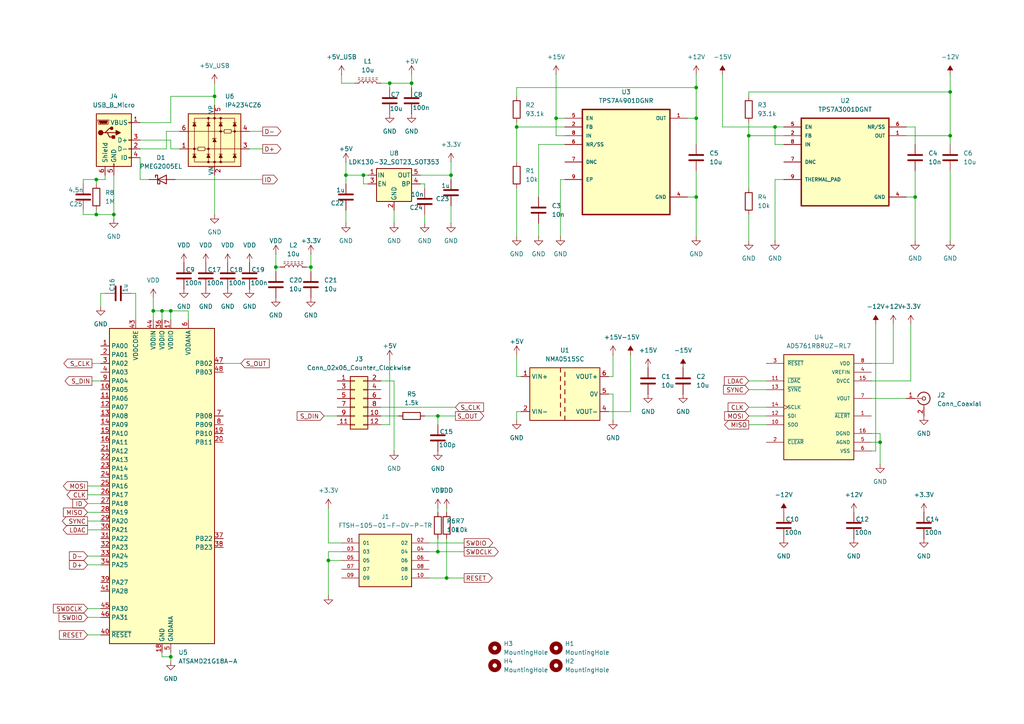
<source format=kicad_sch>
(kicad_sch (version 20231120) (generator "eeschema") (generator_version "8.0")
  (paper "A4")
  (junction (at 161.29 34.29))
  (junction (at 201.93 25.4))
  (junction (at 62.23 27.94))
  (junction (at 49.53 90.17))
  (junction (at 127 120.65))
  (junction (at 105.41 50.8))
  (junction (at 130.81 50.8))
  (junction (at 149.86 36.83))
  (junction (at 265.43 57.15))
  (junction (at 44.45 90.17))
  (junction (at 90.17 77.47))
  (junction (at 46.99 90.17))
  (junction (at 275.59 39.37))
  (junction (at 27.94 62.23))
  (junction (at 80.01 77.47))
  (junction (at 201.93 34.29))
  (junction (at 224.79 36.83))
  (junction (at 49.53 190.5))
  (junction (at 217.17 39.37))
  (junction (at 95.25 162.56))
  (junction (at 33.02 62.23))
  (junction (at 119.38 24.13))
  (junction (at 275.59 26.67))
  (junction (at 255.27 128.27))
  (junction (at 129.54 167.64))
  (junction (at 127 160.02))
  (junction (at 113.03 24.13))
  (junction (at 27.94 52.07))
  (junction (at 100.33 50.8))
  (junction (at 201.93 57.15))
  (wire (pts (xy 81.28 77.47) (xy 80.01 77.47)))
  (wire (pts (xy 46.99 189.23) (xy 46.99 190.5)))
  (wire (pts (xy 38.1 85.09) (xy 39.37 85.09)))
  (wire (pts (xy 44.45 86.36) (xy 44.45 90.17)))
  (wire (pts (xy 129.54 156.21) (xy 129.54 167.64)))
  (wire (pts (xy 124.46 160.02) (xy 127 160.02)))
  (wire (pts (xy 26.67 105.41) (xy 29.21 105.41)))
  (wire (pts (xy 62.23 24.13) (xy 62.23 27.94)))
  (wire (pts (xy 176.53 109.22) (xy 177.8 109.22)))
  (wire (pts (xy 33.02 50.8) (xy 33.02 62.23)))
  (wire (pts (xy 130.81 50.8) (xy 130.81 52.07)))
  (wire (pts (xy 40.64 43.18) (xy 48.26 43.18)))
  (wire (pts (xy 24.13 53.34) (xy 24.13 52.07)))
  (wire (pts (xy 119.38 21.59) (xy 119.38 24.13)))
  (wire (pts (xy 252.73 125.73) (xy 255.27 125.73)))
  (wire (pts (xy 24.13 60.96) (xy 24.13 62.23)))
  (wire (pts (xy 114.3 110.49) (xy 110.49 110.49)))
  (wire (pts (xy 199.39 34.29) (xy 201.93 34.29)))
  (wire (pts (xy 119.38 24.13) (xy 113.03 24.13)))
  (wire (pts (xy 100.33 46.99) (xy 100.33 50.8)))
  (wire (pts (xy 255.27 125.73) (xy 255.27 128.27)))
  (wire (pts (xy 201.93 57.15) (xy 201.93 68.58)))
  (wire (pts (xy 113.03 24.13) (xy 113.03 25.4)))
  (wire (pts (xy 275.59 39.37) (xy 275.59 41.91)))
  (wire (pts (xy 105.41 50.8) (xy 106.68 50.8)))
  (wire (pts (xy 176.53 114.3) (xy 177.8 114.3)))
  (wire (pts (xy 93.98 120.65) (xy 97.79 120.65)))
  (wire (pts (xy 127 160.02) (xy 134.62 160.02)))
  (wire (pts (xy 40.64 45.72) (xy 40.64 52.07)))
  (wire (pts (xy 161.29 39.37) (xy 161.29 34.29)))
  (wire (pts (xy 201.93 34.29) (xy 201.93 41.91)))
  (wire (pts (xy 265.43 57.15) (xy 262.89 57.15)))
  (wire (pts (xy 99.06 21.59) (xy 99.06 24.13)))
  (wire (pts (xy 100.33 50.8) (xy 100.33 53.34)))
  (wire (pts (xy 254 130.81) (xy 252.73 130.81)))
  (wire (pts (xy 149.86 109.22) (xy 151.13 109.22)))
  (wire (pts (xy 177.8 109.22) (xy 177.8 102.87)))
  (wire (pts (xy 121.92 53.34) (xy 123.19 53.34)))
  (wire (pts (xy 44.45 92.71) (xy 44.45 90.17)))
  (wire (pts (xy 27.94 52.07) (xy 27.94 53.34)))
  (wire (pts (xy 217.17 123.19) (xy 222.25 123.19)))
  (wire (pts (xy 24.13 62.23) (xy 27.94 62.23)))
  (wire (pts (xy 123.19 53.34) (xy 123.19 54.61)))
  (wire (pts (xy 95.25 162.56) (xy 95.25 172.72)))
  (wire (pts (xy 227.33 52.07) (xy 224.79 52.07)))
  (wire (pts (xy 217.17 27.94) (xy 217.17 26.67)))
  (wire (pts (xy 25.4 163.83) (xy 29.21 163.83)))
  (wire (pts (xy 265.43 57.15) (xy 265.43 69.85)))
  (wire (pts (xy 99.06 24.13) (xy 102.87 24.13)))
  (wire (pts (xy 30.48 85.09) (xy 29.21 85.09)))
  (wire (pts (xy 49.53 27.94) (xy 62.23 27.94)))
  (wire (pts (xy 264.16 110.49) (xy 264.16 93.98)))
  (wire (pts (xy 252.73 110.49) (xy 264.16 110.49)))
  (wire (pts (xy 33.02 62.23) (xy 33.02 63.5)))
  (wire (pts (xy 40.64 52.07) (xy 43.18 52.07)))
  (wire (pts (xy 201.93 21.59) (xy 201.93 25.4)))
  (wire (pts (xy 80.01 77.47) (xy 80.01 78.74)))
  (wire (pts (xy 252.73 128.27) (xy 255.27 128.27)))
  (wire (pts (xy 254 93.98) (xy 254 130.81)))
  (wire (pts (xy 90.17 77.47) (xy 90.17 78.74)))
  (wire (pts (xy 217.17 110.49) (xy 222.25 110.49)))
  (wire (pts (xy 39.37 85.09) (xy 39.37 92.71)))
  (wire (pts (xy 62.23 50.8) (xy 62.23 62.23)))
  (wire (pts (xy 25.4 140.97) (xy 29.21 140.97)))
  (wire (pts (xy 129.54 167.64) (xy 134.62 167.64)))
  (wire (pts (xy 275.59 39.37) (xy 262.89 39.37)))
  (wire (pts (xy 49.53 90.17) (xy 54.61 90.17)))
  (wire (pts (xy 95.25 162.56) (xy 99.06 162.56)))
  (wire (pts (xy 99.06 160.02) (xy 95.25 160.02)))
  (wire (pts (xy 72.39 38.1) (xy 76.2 38.1)))
  (wire (pts (xy 30.48 50.8) (xy 30.48 52.07)))
  (wire (pts (xy 255.27 128.27) (xy 255.27 134.62)))
  (wire (pts (xy 100.33 60.96) (xy 100.33 64.77)))
  (wire (pts (xy 119.38 24.13) (xy 119.38 25.4)))
  (wire (pts (xy 54.61 92.71) (xy 54.61 90.17)))
  (wire (pts (xy 201.93 25.4) (xy 149.86 25.4)))
  (wire (pts (xy 49.53 43.18) (xy 52.07 43.18)))
  (wire (pts (xy 265.43 49.53) (xy 265.43 57.15)))
  (wire (pts (xy 177.8 114.3) (xy 177.8 121.92)))
  (wire (pts (xy 275.59 21.59) (xy 275.59 26.67)))
  (wire (pts (xy 262.89 115.57) (xy 252.73 115.57)))
  (wire (pts (xy 224.79 52.07) (xy 224.79 69.85)))
  (wire (pts (xy 262.89 36.83) (xy 265.43 36.83)))
  (wire (pts (xy 217.17 39.37) (xy 217.17 35.56)))
  (wire (pts (xy 110.49 120.65) (xy 115.57 120.65)))
  (wire (pts (xy 199.39 57.15) (xy 201.93 57.15)))
  (wire (pts (xy 149.86 25.4) (xy 149.86 27.94)))
  (wire (pts (xy 149.86 36.83) (xy 149.86 46.99)))
  (wire (pts (xy 163.83 39.37) (xy 161.29 39.37)))
  (wire (pts (xy 25.4 161.29) (xy 29.21 161.29)))
  (wire (pts (xy 62.23 27.94) (xy 62.23 30.48)))
  (wire (pts (xy 129.54 147.32) (xy 129.54 148.59)))
  (wire (pts (xy 25.4 143.51) (xy 29.21 143.51)))
  (wire (pts (xy 110.49 24.13) (xy 113.03 24.13)))
  (wire (pts (xy 217.17 26.67) (xy 275.59 26.67)))
  (wire (pts (xy 49.53 92.71) (xy 49.53 90.17)))
  (wire (pts (xy 127 120.65) (xy 127 123.19)))
  (wire (pts (xy 49.53 189.23) (xy 49.53 190.5)))
  (wire (pts (xy 40.64 40.64) (xy 49.53 40.64)))
  (wire (pts (xy 90.17 77.47) (xy 88.9 77.47)))
  (wire (pts (xy 259.08 105.41) (xy 252.73 105.41)))
  (wire (pts (xy 162.56 52.07) (xy 162.56 68.58)))
  (wire (pts (xy 114.3 110.49) (xy 114.3 130.81)))
  (wire (pts (xy 46.99 190.5) (xy 49.53 190.5)))
  (wire (pts (xy 25.4 151.13) (xy 29.21 151.13)))
  (wire (pts (xy 275.59 49.53) (xy 275.59 69.85)))
  (wire (pts (xy 224.79 41.91) (xy 224.79 36.83)))
  (wire (pts (xy 95.25 160.02) (xy 95.25 162.56)))
  (wire (pts (xy 224.79 36.83) (xy 227.33 36.83)))
  (wire (pts (xy 201.93 49.53) (xy 201.93 57.15)))
  (wire (pts (xy 130.81 46.99) (xy 130.81 50.8)))
  (wire (pts (xy 80.01 73.66) (xy 80.01 77.47)))
  (wire (pts (xy 121.92 50.8) (xy 130.81 50.8)))
  (wire (pts (xy 217.17 120.65) (xy 222.25 120.65)))
  (wire (pts (xy 49.53 40.64) (xy 49.53 43.18)))
  (wire (pts (xy 163.83 41.91) (xy 156.21 41.91)))
  (wire (pts (xy 90.17 73.66) (xy 90.17 77.47)))
  (wire (pts (xy 163.83 34.29) (xy 161.29 34.29)))
  (wire (pts (xy 44.45 90.17) (xy 46.99 90.17)))
  (wire (pts (xy 29.21 85.09) (xy 29.21 88.9)))
  (wire (pts (xy 110.49 118.11) (xy 132.08 118.11)))
  (wire (pts (xy 149.86 36.83) (xy 163.83 36.83)))
  (wire (pts (xy 161.29 34.29) (xy 161.29 21.59)))
  (wire (pts (xy 209.55 21.59) (xy 209.55 36.83)))
  (wire (pts (xy 64.77 105.41) (xy 69.85 105.41)))
  (wire (pts (xy 24.13 52.07) (xy 27.94 52.07)))
  (wire (pts (xy 95.25 147.32) (xy 95.25 157.48)))
  (wire (pts (xy 149.86 119.38) (xy 149.86 121.92)))
  (wire (pts (xy 275.59 26.67) (xy 275.59 39.37)))
  (wire (pts (xy 149.86 35.56) (xy 149.86 36.83)))
  (wire (pts (xy 40.64 35.56) (xy 49.53 35.56)))
  (wire (pts (xy 176.53 119.38) (xy 182.88 119.38)))
  (wire (pts (xy 182.88 119.38) (xy 182.88 102.87)))
  (wire (pts (xy 49.53 35.56) (xy 49.53 27.94)))
  (wire (pts (xy 124.46 167.64) (xy 129.54 167.64)))
  (wire (pts (xy 26.67 110.49) (xy 29.21 110.49)))
  (wire (pts (xy 106.68 53.34) (xy 105.41 53.34)))
  (wire (pts (xy 25.4 148.59) (xy 29.21 148.59)))
  (wire (pts (xy 113.03 104.14) (xy 113.03 123.19)))
  (wire (pts (xy 30.48 52.07) (xy 27.94 52.07)))
  (wire (pts (xy 227.33 39.37) (xy 217.17 39.37)))
  (wire (pts (xy 201.93 34.29) (xy 201.93 25.4)))
  (wire (pts (xy 209.55 36.83) (xy 224.79 36.83)))
  (wire (pts (xy 25.4 179.07) (xy 29.21 179.07)))
  (wire (pts (xy 227.33 41.91) (xy 224.79 41.91)))
  (wire (pts (xy 25.4 184.15) (xy 29.21 184.15)))
  (wire (pts (xy 100.33 50.8) (xy 105.41 50.8)))
  (wire (pts (xy 76.2 52.07) (xy 50.8 52.07)))
  (wire (pts (xy 149.86 102.87) (xy 149.86 109.22)))
  (wire (pts (xy 25.4 146.05) (xy 29.21 146.05)))
  (wire (pts (xy 217.17 39.37) (xy 217.17 54.61)))
  (wire (pts (xy 49.53 190.5) (xy 49.53 191.77)))
  (wire (pts (xy 163.83 52.07) (xy 162.56 52.07)))
  (wire (pts (xy 127 120.65) (xy 132.08 120.65)))
  (wire (pts (xy 127 148.59) (xy 127 147.32)))
  (wire (pts (xy 105.41 53.34) (xy 105.41 50.8)))
  (wire (pts (xy 259.08 93.98) (xy 259.08 105.41)))
  (wire (pts (xy 217.17 62.23) (xy 217.17 69.85)))
  (wire (pts (xy 27.94 62.23) (xy 33.02 62.23)))
  (wire (pts (xy 48.26 43.18) (xy 48.26 38.1)))
  (wire (pts (xy 95.25 157.48) (xy 99.06 157.48)))
  (wire (pts (xy 156.21 41.91) (xy 156.21 57.15)))
  (wire (pts (xy 156.21 64.77) (xy 156.21 68.58)))
  (wire (pts (xy 46.99 90.17) (xy 49.53 90.17)))
  (wire (pts (xy 110.49 123.19) (xy 113.03 123.19)))
  (wire (pts (xy 27.94 60.96) (xy 27.94 62.23)))
  (wire (pts (xy 130.81 59.69) (xy 130.81 64.77)))
  (wire (pts (xy 46.99 92.71) (xy 46.99 90.17)))
  (wire (pts (xy 123.19 62.23) (xy 123.19 64.77)))
  (wire (pts (xy 265.43 36.83) (xy 265.43 41.91)))
  (wire (pts (xy 149.86 54.61) (xy 149.86 68.58)))
  (wire (pts (xy 124.46 157.48) (xy 134.62 157.48)))
  (wire (pts (xy 127 156.21) (xy 127 160.02)))
  (wire (pts (xy 114.3 64.77) (xy 114.3 60.96)))
  (wire (pts (xy 217.17 113.03) (xy 222.25 113.03)))
  (wire (pts (xy 72.39 43.18) (xy 76.2 43.18)))
  (wire (pts (xy 25.4 176.53) (xy 29.21 176.53)))
  (wire (pts (xy 123.19 120.65) (xy 127 120.65)))
  (wire (pts (xy 25.4 153.67) (xy 29.21 153.67)))
  (wire (pts (xy 48.26 38.1) (xy 52.07 38.1)))
  (wire (pts (xy 217.17 118.11) (xy 222.25 118.11)))
  (wire (pts (xy 151.13 119.38) (xy 149.86 119.38)))
  (global_label "SYNC" (shape output) (at 25.4 151.13 180) (property "Intersheetrefs" "${INTERSHEET_REFS}" (effects (hide yes))))
  (global_label "S_DIN" (shape output) (at 26.67 110.49 180) (property "Intersheetrefs" "${INTERSHEET_REFS}" (effects (hide yes))))
  (global_label "MISO" (shape output) (at 217.17 123.19 180) (property "Intersheetrefs" "${INTERSHEET_REFS}" (effects (hide yes))))
  (global_label "LDAC" (shape input) (at 217.17 110.49 180) (property "Intersheetrefs" "${INTERSHEET_REFS}" (effects (hide yes))))
  (global_label "MOSI" (shape input) (at 217.17 120.65 180) (property "Intersheetrefs" "${INTERSHEET_REFS}" (effects (hide yes))))
  (global_label "S_OUT" (shape output) (at 132.08 120.65 0) (property "Intersheetrefs" "${INTERSHEET_REFS}" (effects (hide yes))))
  (global_label "S_DIN" (shape input) (at 93.98 120.65 180) (property "Intersheetrefs" "${INTERSHEET_REFS}" (effects (hide yes))))
  (global_label "MOSI" (shape output) (at 25.4 140.97 180) (property "Intersheetrefs" "${INTERSHEET_REFS}" (effects (hide yes))))
  (global_label "MISO" (shape input) (at 25.4 148.59 180) (property "Intersheetrefs" "${INTERSHEET_REFS}" (effects (hide yes))))
  (global_label "SWDIO" (shape output) (at 134.62 157.48 0) (property "Intersheetrefs" "${INTERSHEET_REFS}" (effects (hide yes))))
  (global_label "CLK" (shape output) (at 25.4 143.51 180) (property "Intersheetrefs" "${INTERSHEET_REFS}" (effects (hide yes))))
  (global_label "CLK" (shape input) (at 217.17 118.11 180) (property "Intersheetrefs" "${INTERSHEET_REFS}" (effects (hide yes))))
  (global_label "SYNC" (shape input) (at 217.17 113.03 180) (property "Intersheetrefs" "${INTERSHEET_REFS}" (effects (hide yes))))
  (global_label "D-" (shape input) (at 25.4 161.29 180) (property "Intersheetrefs" "${INTERSHEET_REFS}" (effects (hide yes))))
  (global_label "RESET" (shape output) (at 134.62 167.64 0) (property "Intersheetrefs" "${INTERSHEET_REFS}" (effects (hide yes))))
  (global_label "LDAC" (shape output) (at 25.4 153.67 180) (property "Intersheetrefs" "${INTERSHEET_REFS}" (effects (hide yes))))
  (global_label "S_CLK" (shape output) (at 26.67 105.41 180) (property "Intersheetrefs" "${INTERSHEET_REFS}" (effects (hide yes))))
  (global_label "ID" (shape input) (at 25.4 146.05 180) (property "Intersheetrefs" "${INTERSHEET_REFS}" (effects (hide yes))))
  (global_label "SWDCLK" (shape output) (at 134.62 160.02 0) (property "Intersheetrefs" "${INTERSHEET_REFS}" (effects (hide yes))))
  (global_label "D+" (shape output) (at 76.2 43.18 0) (property "Intersheetrefs" "${INTERSHEET_REFS}" (effects (hide yes))))
  (global_label "D+" (shape input) (at 25.4 163.83 180) (property "Intersheetrefs" "${INTERSHEET_REFS}" (effects (hide yes))))
  (global_label "S_OUT" (shape input) (at 69.85 105.41 0) (property "Intersheetrefs" "${INTERSHEET_REFS}" (effects (hide yes))))
  (global_label "SWDIO" (shape input) (at 25.4 179.07 180) (property "Intersheetrefs" "${INTERSHEET_REFS}" (effects (hide yes))))
  (global_label "ID" (shape output) (at 76.2 52.07 0) (property "Intersheetrefs" "${INTERSHEET_REFS}" (effects (hide yes))))
  (global_label "S_CLK" (shape input) (at 132.08 118.11 0) (property "Intersheetrefs" "${INTERSHEET_REFS}" (effects (hide yes))))
  (global_label "SWDCLK" (shape input) (at 25.4 176.53 180) (property "Intersheetrefs" "${INTERSHEET_REFS}" (effects (hide yes))))
  (global_label "RESET" (shape input) (at 25.4 184.15 180) (property "Intersheetrefs" "${INTERSHEET_REFS}" (effects (hide yes))))
  (global_label "D-" (shape output) (at 76.2 38.1 0) (property "Intersheetrefs" "${INTERSHEET_REFS}" (effects (hide yes))))
  (symbol (lib_id "Device:L_Ferrite") (at 106.68 24.13 90) (unit 1)
    (property "Reference" "L1" (at 106.68 17.78 90))
    (property "Value" "10u" (at 106.68 20.32 90))
    (property "Footprint" "Inductor_SMD:L_0805_2012Metric" (effects (hide yes)))
    (property "Description" "Inductor with ferrite core" (effects (hide yes)))
  )
  (symbol (lib_id "TPS7A4901DGNR:TPS7A4901DGNR") (at 181.61 46.99 0) (unit 1)
    (property "Reference" "U3" (at 181.61 26.67 0))
    (property "Value" "TPS7A4901DGNR" (at 181.61 29.21 0))
    (property "Footprint" "TPS7A3001DGNT:SOP65P490X110-9N" (effects (hide yes)))
    (property "MF" "Texas Instruments" (effects (hide yes)))
    (property "Description_1" "\n                        \n                            150-mA, 36-V, low-noise, high-PSRR, adjustable low-dropout voltage regulator with enable\n                        \n" (effects (hide yes)))
    (property "Package" "HVSSOP-8 Texas Instruments" (effects (hide yes)))
    (property "Price" "None" (effects (hide yes)))
    (property "SnapEDA_Link" "https://www.snapeda.com/parts/TPS7A4901DGNR/Texas+Instruments/view-part/?ref=snap" (effects (hide yes)))
    (property "MP" "TPS7A4901DGNR" (effects (hide yes)))
    (property "Availability" "In Stock" (effects (hide yes)))
    (property "Check_prices" "https://www.snapeda.com/parts/TPS7A4901DGNR/Texas+Instruments/view-part/?ref=eda" (effects (hide yes)))
  )
  (symbol (lib_id "power:GND") (at 265.43 69.85 0) (unit 1)
    (property "Reference" "#PWR023" (effects (hide yes)))
    (property "Value" "GND" (at 265.43 74.93 0))
    (property "Description" "Power symbol creates a global label with name \"GND\" , ground" (effects (hide yes)))
  )
  (symbol (lib_id "Mechanical:MountingHole") (at 143.51 187.96 0) (unit 1) (exclude_from_sim yes) (in_bom no)
    (property "Reference" "H3" (at 146.05 186.6899 0) (effects (justify left)))
    (property "Value" "MountingHole" (at 146.05 189.2299 0) (effects (justify left)))
    (property "Footprint" "MountingHole:MountingHole_3.2mm_M3" (effects (hide yes)))
    (property "Description" "Mounting Hole without connection" (effects (hide yes)))
  )
  (symbol (lib_id "power:+3.3V") (at 95.25 147.32 0) (unit 1)
    (property "Reference" "#PWR04" (effects (hide yes)))
    (property "Value" "+3.3V" (at 95.25 142.24 0))
    (property "Description" "Power symbol creates a global label with name \"+3.3V\"" (effects (hide yes)))
  )
  (symbol (lib_id "power:GND") (at 255.27 134.62 0) (unit 1)
    (property "Reference" "#PWR032" (effects (hide yes)))
    (property "Value" "GND" (at 255.27 139.7 0))
    (property "Description" "Power symbol creates a global label with name \"GND\" , ground" (effects (hide yes)))
  )
  (symbol (lib_id "power:+5V") (at 100.33 46.99 0) (unit 1)
    (property "Reference" "#PWR064" (effects (hide yes)))
    (property "Value" "+5V" (at 100.33 43.18 0))
    (property "Description" "Power symbol creates a global label with name \"+5V\"" (effects (hide yes)))
  )
  (symbol (lib_id "Device:C") (at 72.39 80.01 0) (unit 1)
    (property "Reference" "C19" (at 72.898 78.232 0) (effects (justify left)))
    (property "Value" "100n" (at 72.644 82.042 0) (effects (justify left)))
    (property "Footprint" "Capacitor_SMD:C_0805_2012Metric" (effects (hide yes)))
    (property "Description" "Unpolarized capacitor" (effects (hide yes)))
  )
  (symbol (lib_id "Device:R") (at 129.54 152.4 0) (unit 1)
    (property "Reference" "R7" (at 132.08 151.1299 0) (effects (justify left)))
    (property "Value" "10k" (at 132.08 153.6699 0) (effects (justify left)))
    (property "Footprint" "Resistor_SMD:R_0805_2012Metric" (effects (hide yes)))
    (property "Description" "Resistor" (effects (hide yes)))
  )
  (symbol (lib_id "power:GND") (at 29.21 88.9 0) (unit 1)
    (property "Reference" "#PWR053" (effects (hide yes)))
    (property "Value" "GND" (at 29.21 93.98 0))
    (property "Description" "Power symbol creates a global label with name \"GND\" , ground" (effects (hide yes)))
  )
  (symbol (lib_id "power:GND") (at 267.97 156.21 0) (unit 1)
    (property "Reference" "#PWR041" (effects (hide yes)))
    (property "Value" "GND" (at 267.97 161.29 0))
    (property "Description" "Power symbol creates a global label with name \"GND\" , ground" (effects (hide yes)))
  )
  (symbol (lib_id "Device:C") (at 201.93 45.72 0) (unit 1)
    (property "Reference" "C5" (at 205.74 44.4499 0) (effects (justify left)))
    (property "Value" "10u" (at 205.74 46.9899 0) (effects (justify left)))
    (property "Footprint" "Capacitor_SMD:C_0805_2012Metric" (effects (hide yes)))
    (property "Description" "Unpolarized capacitor" (effects (hide yes)))
  )
  (symbol (lib_id "Device:C") (at 156.21 60.96 0) (unit 1)
    (property "Reference" "C3" (at 160.02 59.6899 0) (effects (justify left)))
    (property "Value" "10n" (at 160.02 62.2299 0) (effects (justify left)))
    (property "Footprint" "Capacitor_SMD:C_0805_2012Metric" (effects (hide yes)))
    (property "Description" "Unpolarized capacitor" (effects (hide yes)))
  )
  (symbol (lib_id "MCU_Microchip_SAMD:ATSAMD21G18A-A") (at 46.99 140.97 0) (unit 1)
    (property "Reference" "U5" (at 51.7241 189.23 0) (effects (justify left)))
    (property "Value" "ATSAMD21G18A-A" (at 51.7241 191.77 0) (effects (justify left)))
    (property "Footprint" "Package_QFP:TQFP-48_7x7mm_P0.5mm" (effects (hide yes)))
    (property "Datasheet" "http://ww1.microchip.com/downloads/en/DeviceDoc/SAM_D21_DA1_Family_Data%20Sheet_DS40001882E.pdf" (effects (hide yes)))
    (property "Description" "SAM D21 Microchip SMART ARM-based Flash MCU, 48Mhz, 256K Flash, 32K SRAM, TQFP-48" (effects (hide yes)))
  )
  (symbol (lib_id "Device:C") (at 24.13 57.15 0) (mirror x) (unit 1)
    (property "Reference" "C25" (at 20.066 59.182 0) (effects (justify left)))
    (property "Value" "4.5n" (at 19.812 55.118 0) (effects (justify left)))
    (property "Footprint" "Capacitor_SMD:C_0805_2012Metric" (effects (hide yes)))
    (property "Description" "Unpolarized capacitor" (effects (hide yes)))
  )
  (symbol (lib_id "Connector:Conn_Coaxial") (at 267.97 115.57 0) (unit 1)
    (property "Reference" "J2" (at 271.78 114.5931 0) (effects (justify left)))
    (property "Value" "Conn_Coaxial" (at 271.78 117.1331 0) (effects (justify left)))
    (property "Footprint" "Connector_Coaxial:SMA_Amphenol_132289_EdgeMount" (effects (hide yes)))
    (property "Description" "coaxial connector (BNC, SMA, SMB, SMC, Cinch/RCA, LEMO, ...)" (effects (hide yes)))
  )
  (symbol (lib_id "Device:C") (at 53.34 80.01 0) (unit 1)
    (property "Reference" "C9" (at 53.848 78.232 0) (effects (justify left)))
    (property "Value" "100n" (at 53.594 82.042 0) (effects (justify left)))
    (property "Footprint" "Capacitor_SMD:C_0805_2012Metric" (effects (hide yes)))
    (property "Description" "Unpolarized capacitor" (effects (hide yes)))
  )
  (symbol (lib_id "Device:R") (at 217.17 58.42 0) (unit 1)
    (property "Reference" "R4" (at 219.71 57.1499 0) (effects (justify left)))
    (property "Value" "10k" (at 219.71 59.6899 0) (effects (justify left)))
    (property "Footprint" "Resistor_SMD:R_0805_2012Metric" (effects (hide yes)))
    (property "Description" "Resistor" (effects (hide yes)))
  )
  (symbol (lib_id "power:VDD") (at 53.34 76.2 0) (unit 1)
    (property "Reference" "#PWR047" (effects (hide yes)))
    (property "Value" "VDD" (at 53.34 71.12 0))
    (property "Description" "Power symbol creates a global label with name \"VDD\"" (effects (hide yes)))
  )
  (symbol (lib_id "Mechanical:MountingHole") (at 161.29 193.04 0) (unit 1) (exclude_from_sim yes) (in_bom no)
    (property "Reference" "H2" (at 163.83 191.7699 0) (effects (justify left)))
    (property "Value" "MountingHole" (at 163.83 194.3099 0) (effects (justify left)))
    (property "Footprint" "MountingHole:MountingHole_3.2mm_M3" (effects (hide yes)))
    (property "Description" "Mounting Hole without connection" (effects (hide yes)))
  )
  (symbol (lib_id "Mechanical:MountingHole") (at 143.51 193.04 0) (unit 1) (exclude_from_sim yes) (in_bom no)
    (property "Reference" "H4" (at 146.05 191.7699 0) (effects (justify left)))
    (property "Value" "MountingHole" (at 146.05 194.3099 0) (effects (justify left)))
    (property "Footprint" "MountingHole:MountingHole_3.2mm_M3" (effects (hide yes)))
    (property "Description" "Mounting Hole without connection" (effects (hide yes)))
  )
  (symbol (lib_id "power:GND") (at 224.79 69.85 0) (unit 1)
    (property "Reference" "#PWR024" (effects (hide yes)))
    (property "Value" "GND" (at 224.79 74.93 0))
    (property "Description" "Power symbol creates a global label with name \"GND\" , ground" (effects (hide yes)))
  )
  (symbol (lib_id "Device:C") (at 80.01 82.55 0) (unit 1)
    (property "Reference" "C20" (at 83.82 81.2799 0) (effects (justify left)))
    (property "Value" "10u" (at 83.82 83.8199 0) (effects (justify left)))
    (property "Footprint" "Capacitor_SMD:C_0805_2012Metric" (effects (hide yes)))
    (property "Description" "Unpolarized capacitor" (effects (hide yes)))
  )
  (symbol (lib_id "power:GND") (at 72.39 83.82 0) (unit 1)
    (property "Reference" "#PWR059" (effects (hide yes)))
    (property "Value" "GND" (at 72.39 88.9 0))
    (property "Description" "Power symbol creates a global label with name \"GND\" , ground" (effects (hide yes)))
  )
  (symbol (lib_id "power:+3.3V") (at 90.17 73.66 0) (unit 1)
    (property "Reference" "#PWR055" (effects (hide yes)))
    (property "Value" "+3.3V" (at 90.17 69.85 0))
    (property "Description" "Power symbol creates a global label with name \"+3.3V\"" (effects (hide yes)))
  )
  (symbol (lib_id "power:+3.3V") (at 267.97 148.59 0) (unit 1)
    (property "Reference" "#PWR042" (effects (hide yes)))
    (property "Value" "+3.3V" (at 267.97 143.51 0))
    (property "Description" "Power symbol creates a global label with name \"+3.3V\"" (effects (hide yes)))
  )
  (symbol (lib_id "power:GND") (at 114.3 64.77 0) (unit 1)
    (property "Reference" "#PWR061" (effects (hide yes)))
    (property "Value" "GND" (at 114.3 69.85 0))
    (property "Description" "Power symbol creates a global label with name \"GND\" , ground" (effects (hide yes)))
  )
  (symbol (lib_id "power:GND") (at 275.59 69.85 0) (unit 1)
    (property "Reference" "#PWR026" (effects (hide yes)))
    (property "Value" "GND" (at 275.59 74.93 0))
    (property "Description" "Power symbol creates a global label with name \"GND\" , ground" (effects (hide yes)))
  )
  (symbol (lib_id "power:GND") (at 267.97 120.65 0) (unit 1)
    (property "Reference" "#PWR031" (effects (hide yes)))
    (property "Value" "GND" (at 267.97 125.73 0))
    (property "Description" "Power symbol creates a global label with name \"GND\" , ground" (effects (hide yes)))
  )
  (symbol (lib_id "Regulator_Linear:LDK130-32_SOT23_SOT353") (at 114.3 53.34 0) (unit 1)
    (property "Reference" "U8" (at 114.3 44.45 0))
    (property "Value" "LDK130-32_SOT23_SOT353" (at 114.3 46.99 0))
    (property "Footprint" "Package_TO_SOT_SMD:SOT-23-5_HandSoldering" (effects (hide yes)))
    (property "Datasheet" "http://www.st.com/content/ccc/resource/technical/document/datasheet/29/10/f7/87/2f/66/47/f4/DM00076097.pdf/files/DM00076097.pdf/jcr:content/translations/en.DM00076097.pdf" (effects (hide yes)))
    (property "Description" "300mA low dropout linear regulator, low quiescent current very, low noise, shutdown pin, 3.2V fixed positive output, SOT-23-5/SOT-353-5/SC-70-5" (effects (hide yes)))
  )
  (symbol (lib_id "Device:R") (at 119.38 120.65 90) (unit 1)
    (property "Reference" "R5" (at 119.38 114.3 90))
    (property "Value" "1.5k" (at 119.38 116.84 90))
    (property "Footprint" "Resistor_SMD:R_0805_2012Metric" (effects (hide yes)))
    (property "Description" "Resistor" (effects (hide yes)))
  )
  (symbol (lib_id "power:+3.3V") (at 130.81 46.99 0) (unit 1)
    (property "Reference" "#PWR065" (effects (hide yes)))
    (property "Value" "+3.3V" (at 130.81 41.91 0))
    (property "Description" "Power symbol creates a global label with name \"+3.3V\"" (effects (hide yes)))
  )
  (symbol (lib_id "power:-15V") (at 182.88 102.87 0) (unit 1)
    (property "Reference" "#PWR010" (effects (hide yes)))
    (property "Value" "-15V" (at 182.88 97.79 0))
    (property "Description" "Power symbol creates a global label with name \"-15V\"" (effects (hide yes)))
  )
  (symbol (lib_id "Device:C") (at 66.04 80.01 0) (unit 1)
    (property "Reference" "C18" (at 66.548 78.232 0) (effects (justify left)))
    (property "Value" "100n" (at 66.294 82.042 0) (effects (justify left)))
    (property "Footprint" "Capacitor_SMD:C_0805_2012Metric" (effects (hide yes)))
    (property "Description" "Unpolarized capacitor" (effects (hide yes)))
  )
  (symbol (lib_id "Device:C") (at 275.59 45.72 0) (unit 1)
    (property "Reference" "C6" (at 279.4 44.4499 0) (effects (justify left)))
    (property "Value" "10u" (at 279.4 46.9899 0) (effects (justify left)))
    (property "Footprint" "Capacitor_SMD:C_0805_2012Metric" (effects (hide yes)))
    (property "Description" "Unpolarized capacitor" (effects (hide yes)))
  )
  (symbol (lib_id "power:GND") (at 114.3 130.81 0) (unit 1)
    (property "Reference" "#PWR048" (effects (hide yes)))
    (property "Value" "GND" (at 114.3 135.89 0))
    (property "Description" "Power symbol creates a global label with name \"GND\" , ground" (effects (hide yes)))
  )
  (symbol (lib_id "power:GND") (at 49.53 191.77 0) (unit 1)
    (property "Reference" "#PWR054" (effects (hide yes)))
    (property "Value" "GND" (at 49.53 196.85 0))
    (property "Description" "Power symbol creates a global label with name \"GND\" , ground" (effects (hide yes)))
  )
  (symbol (lib_id "power:-15V") (at 209.55 21.59 0) (unit 1)
    (property "Reference" "#PWR021" (effects (hide yes)))
    (property "Value" "-15V" (at 209.55 16.51 0))
    (property "Description" "Power symbol creates a global label with name \"-15V\"" (effects (hide yes)))
  )
  (symbol (lib_id "Device:R") (at 127 152.4 0) (unit 1)
    (property "Reference" "R6" (at 129.54 151.1299 0) (effects (justify left)))
    (property "Value" "10k" (at 129.54 153.6699 0) (effects (justify left)))
    (property "Footprint" "Resistor_SMD:R_0805_2012Metric" (effects (hide yes)))
    (property "Description" "Resistor" (effects (hide yes)))
  )
  (symbol (lib_id "power:-15V") (at 198.12 106.68 0) (unit 1)
    (property "Reference" "#PWR013" (effects (hide yes)))
    (property "Value" "-15V" (at 198.12 101.6 0))
    (property "Description" "Power symbol creates a global label with name \"-15V\"" (effects (hide yes)))
  )
  (symbol (lib_id "power:VDD") (at 80.01 73.66 0) (unit 1)
    (property "Reference" "#PWR036" (effects (hide yes)))
    (property "Value" "VDD" (at 80.01 69.85 0))
    (property "Description" "Power symbol creates a global label with name \"VDD\"" (effects (hide yes)))
  )
  (symbol (lib_id "power:VDD") (at 72.39 76.2 0) (unit 1)
    (property "Reference" "#PWR040" (effects (hide yes)))
    (property "Value" "VDD" (at 72.39 71.12 0))
    (property "Description" "Power symbol creates a global label with name \"VDD\"" (effects (hide yes)))
  )
  (symbol (lib_id "power:+5V") (at 113.03 104.14 0) (unit 1)
    (property "Reference" "#PWR049" (effects (hide yes)))
    (property "Value" "+5V" (at 113.03 100.33 0))
    (property "Description" "Power symbol creates a global label with name \"+5V\"" (effects (hide yes)))
  )
  (symbol (lib_id "Device:C") (at 123.19 58.42 180) (unit 1)
    (property "Reference" "C24" (at 122.682 60.198 0) (effects (justify left)))
    (property "Value" "10n" (at 122.936 56.388 0) (effects (justify left)))
    (property "Footprint" "Capacitor_SMD:C_0805_2012Metric" (effects (hide yes)))
    (property "Description" "Unpolarized capacitor" (effects (hide yes)))
  )
  (symbol (lib_id "power:+3.3V") (at 264.16 93.98 0) (unit 1)
    (property "Reference" "#PWR033" (effects (hide yes)))
    (property "Value" "+3.3V" (at 264.16 88.9 0))
    (property "Description" "Power symbol creates a global label with name \"+3.3V\"" (effects (hide yes)))
  )
  (symbol (lib_id "Device:C") (at 34.29 85.09 90) (unit 1)
    (property "Reference" "C16" (at 32.512 84.582 0) (effects (justify left)))
    (property "Value" "1u" (at 36.322 84.836 0) (effects (justify left)))
    (property "Footprint" "Capacitor_SMD:C_0805_2012Metric" (effects (hide yes)))
    (property "Description" "Unpolarized capacitor" (effects (hide yes)))
  )
  (symbol (lib_id "Device:R") (at 217.17 31.75 0) (unit 1)
    (property "Reference" "R3" (at 219.71 30.4799 0) (effects (justify left)))
    (property "Value" "93.1k" (at 219.71 33.0199 0) (effects (justify left)))
    (property "Footprint" "Resistor_SMD:R_0805_2012Metric" (effects (hide yes)))
    (property "Description" "Resistor" (effects (hide yes)))
  )
  (symbol (lib_id "Device:C") (at 265.43 45.72 0) (unit 1)
    (property "Reference" "C4" (at 269.24 44.4499 0) (effects (justify left)))
    (property "Value" "10n" (at 269.24 46.9899 0) (effects (justify left)))
    (property "Footprint" "Capacitor_SMD:C_0805_2012Metric" (effects (hide yes)))
    (property "Description" "Unpolarized capacitor" (effects (hide yes)))
  )
  (symbol (lib_id "power:VDD") (at 59.69 76.2 0) (unit 1)
    (property "Reference" "#PWR045" (effects (hide yes)))
    (property "Value" "VDD" (at 59.69 71.12 0))
    (property "Description" "Power symbol creates a global label with name \"VDD\"" (effects (hide yes)))
  )
  (symbol (lib_id "Device:D_Schottky") (at 46.99 52.07 0) (unit 1)
    (property "Reference" "D1" (at 46.6725 45.72 0))
    (property "Value" "PMEG2005EL" (at 46.6725 48.26 0))
    (property "Footprint" "Diode_SMD:D_SOD-882" (effects (hide yes)))
    (property "Description" "Schottky diode" (effects (hide yes)))
  )
  (symbol (lib_id "power:+5V") (at 62.23 24.13 0) (unit 1)
    (property "Reference" "#PWR060" (effects (hide yes)))
    (property "Value" "+5V_USB" (at 62.23 19.05 0))
    (property "Description" "Power symbol creates a global label with name \"+5V\"" (effects (hide yes)))
  )
  (symbol (lib_id "power:+5V") (at 119.38 21.59 0) (unit 1)
    (property "Reference" "#PWR029" (effects (hide yes)))
    (property "Value" "+5V" (at 119.38 17.78 0))
    (property "Description" "Power symbol creates a global label with name \"+5V\"" (effects (hide yes)))
  )
  (symbol (lib_id "Device:C") (at 267.97 152.4 0) (unit 1)
    (property "Reference" "C14" (at 268.478 150.622 0) (effects (justify left)))
    (property "Value" "100n" (at 268.224 154.432 0) (effects (justify left)))
    (property "Footprint" "Capacitor_SMD:C_0805_2012Metric" (effects (hide yes)))
    (property "Description" "Unpolarized capacitor" (effects (hide yes)))
  )
  (symbol (lib_id "power:GND") (at 90.17 86.36 0) (unit 1)
    (property "Reference" "#PWR052" (effects (hide yes)))
    (property "Value" "GND" (at 90.17 91.44 0))
    (property "Description" "Power symbol creates a global label with name \"GND\" , ground" (effects (hide yes)))
  )
  (symbol (lib_id "Device:R") (at 149.86 31.75 0) (unit 1)
    (property "Reference" "R2" (at 152.4 30.4799 0) (effects (justify left)))
    (property "Value" "93.1k" (at 152.4 33.0199 0) (effects (justify left)))
    (property "Footprint" "Resistor_SMD:R_0805_2012Metric" (effects (hide yes)))
    (property "Description" "Resistor" (effects (hide yes)))
  )
  (symbol (lib_id "power:+15V") (at 177.8 102.87 0) (unit 1)
    (property "Reference" "#PWR09" (effects (hide yes)))
    (property "Value" "+15V" (at 177.8 97.79 0))
    (property "Description" "Power symbol creates a global label with name \"+15V\"" (effects (hide yes)))
  )
  (symbol (lib_id "power:+5V") (at 149.86 102.87 0) (unit 1)
    (property "Reference" "#PWR08" (effects (hide yes)))
    (property "Value" "+5V" (at 149.86 99.06 0))
    (property "Description" "Power symbol creates a global label with name \"+5V\"" (effects (hide yes)))
  )
  (symbol (lib_id "power:GND") (at 130.81 64.77 0) (unit 1)
    (property "Reference" "#PWR063" (effects (hide yes)))
    (property "Value" "GND" (at 130.81 69.85 0))
    (property "Description" "Power symbol creates a global label with name \"GND\" , ground" (effects (hide yes)))
  )
  (symbol (lib_id "Device:L_Ferrite") (at 85.09 77.47 90) (unit 1)
    (property "Reference" "L2" (at 85.09 71.12 90))
    (property "Value" "10u" (at 85.09 73.66 90))
    (property "Footprint" "Inductor_SMD:L_0805_2012Metric" (effects (hide yes)))
    (property "Description" "Inductor with ferrite core" (effects (hide yes)))
  )
  (symbol (lib_id "power:VDD") (at 66.04 76.2 0) (unit 1)
    (property "Reference" "#PWR043" (effects (hide yes)))
    (property "Value" "VDD" (at 66.04 71.12 0))
    (property "Description" "Power symbol creates a global label with name \"VDD\"" (effects (hide yes)))
  )
  (symbol (lib_id "power:GND") (at 201.93 68.58 0) (unit 1)
    (property "Reference" "#PWR018" (effects (hide yes)))
    (property "Value" "GND" (at 201.93 73.66 0))
    (property "Description" "Power symbol creates a global label with name \"GND\" , ground" (effects (hide yes)))
  )
  (symbol (lib_id "power:GND") (at 198.12 114.3 0) (unit 1)
    (property "Reference" "#PWR012" (effects (hide yes)))
    (property "Value" "GND" (at 198.12 119.38 0))
    (property "Description" "Power symbol creates a global label with name \"GND\" , ground" (effects (hide yes)))
  )
  (symbol (lib_id "Device:C") (at 198.12 110.49 0) (unit 1)
    (property "Reference" "C2" (at 201.93 109.2199 0) (effects (justify left)))
    (property "Value" "10u" (at 201.93 111.7599 0) (effects (justify left)))
    (property "Footprint" "Capacitor_SMD:C_0805_2012Metric" (effects (hide yes)))
    (property "Description" "Unpolarized capacitor" (effects (hide yes)))
  )
  (symbol (lib_id "power:GND") (at 100.33 64.77 0) (unit 1)
    (property "Reference" "#PWR062" (effects (hide yes)))
    (property "Value" "GND" (at 100.33 69.85 0))
    (property "Description" "Power symbol creates a global label with name \"GND\" , ground" (effects (hide yes)))
  )
  (symbol (lib_id "power:GND") (at 149.86 121.92 0) (unit 1)
    (property "Reference" "#PWR06" (effects (hide yes)))
    (property "Value" "GND" (at 149.86 127 0))
    (property "Description" "Power symbol creates a global label with name \"GND\" , ground" (effects (hide yes)))
  )
  (symbol (lib_id "power:GND") (at 123.19 64.77 0) (unit 1)
    (property "Reference" "#PWR066" (effects (hide yes)))
    (property "Value" "GND" (at 123.19 69.85 0))
    (property "Description" "Power symbol creates a global label with name \"GND\" , ground" (effects (hide yes)))
  )
  (symbol (lib_id "power:GND") (at 119.38 33.02 0) (unit 1)
    (property "Reference" "#PWR028" (effects (hide yes)))
    (property "Value" "GND" (at 119.38 38.1 0))
    (property "Description" "Power symbol creates a global label with name \"GND\" , ground" (effects (hide yes)))
  )
  (symbol (lib_id "Power_Protection:IP4234CZ6") (at 62.23 40.64 0) (unit 1)
    (property "Reference" "U6" (at 65.2465 27.94 0) (effects (justify left)))
    (property "Value" "IP4234CZ6" (at 65.2465 30.48 0) (effects (justify left)))
    (property "Footprint" "Package_TO_SOT_SMD:SOT-23-6" (effects (hide yes)))
    (property "Datasheet" "https://assets.nexperia.com/documents/data-sheet/IP4234CZ6.pdf" (effects (hide yes)))
    (property "Description" "ESD Protection, 2 channel, USB 2.0 to IEC 61000-4-2 level 4, 5.5V, SOT457 (SC-74-6)" (effects (hide yes)))
  )
  (symbol (lib_id "Device:C") (at 247.65 152.4 0) (unit 1)
    (property "Reference" "C12" (at 248.158 150.622 0) (effects (justify left)))
    (property "Value" "100n" (at 247.904 154.432 0) (effects (justify left)))
    (property "Footprint" "Capacitor_SMD:C_0805_2012Metric" (effects (hide yes)))
    (property "Description" "Unpolarized capacitor" (effects (hide yes)))
  )
  (symbol (lib_id "power:+5V") (at 99.06 21.59 0) (unit 1)
    (property "Reference" "#PWR030" (effects (hide yes)))
    (property "Value" "+5V_USB" (at 99.06 16.51 0))
    (property "Description" "Power symbol creates a global label with name \"+5V\"" (effects (hide yes)))
  )
  (symbol (lib_id "power:GND") (at 33.02 63.5 0) (unit 1)
    (property "Reference" "#PWR056" (effects (hide yes)))
    (property "Value" "GND" (at 33.02 68.58 0))
    (property "Description" "Power symbol creates a global label with name \"GND\" , ground" (effects (hide yes)))
  )
  (symbol (lib_id "power:-12V") (at 254 93.98 0) (unit 1)
    (property "Reference" "#PWR035" (effects (hide yes)))
    (property "Value" "-12V" (at 254 88.9 0))
    (property "Description" "Power symbol creates a global label with name \"-12V\"" (effects (hide yes)))
  )
  (symbol (lib_id "power:GND") (at 95.25 172.72 0) (unit 1)
    (property "Reference" "#PWR05" (effects (hide yes)))
    (property "Value" "GND" (effects (hide yes)))
    (property "Description" "Power symbol creates a global label with name \"GND\" , ground" (effects (hide yes)))
  )
  (symbol (lib_id "Regulator_Switching:NMA0515SC") (at 163.83 114.3 0) (unit 1)
    (property "Reference" "U1" (at 163.83 101.6 0))
    (property "Value" "NMA0515SC" (at 163.83 104.14 0))
    (property "Footprint" "Converter_DCDC:Converter_DCDC_Murata_NMAxxxxSC_THT" (effects (hide yes)))
    (property "Datasheet" "http://power.murata.com/data/power/ncl/kdc_nma.pdf" (effects (hide yes)))
    (property "Description" "±33mA Isolated 1W Dual output DC/DC Converter Module, 5V Input Voltage, ±15V Output Voltage, SIP3" (effects (hide yes)))
  )
  (symbol (lib_id "AD5761RBRUZ-RL7:AD5761RBRUZ-RL7") (at 237.49 118.11 0) (unit 1)
    (property "Reference" "U4" (at 237.49 97.79 0))
    (property "Value" "AD5761RBRUZ-RL7" (at 237.49 100.33 0))
    (property "Footprint" "AD5761RBRUZ-RL7:SOP65P640X120-16N" (effects (hide yes)))
    (property "MF" "Analog Devices" (effects (hide yes)))
    (property "Description_1" "\n                        \n                            Multiple Range, 16-Bit, Bipolar Voltage Output DACs with 2 PPM/⁰C Reference\n                        \n" (effects (hide yes)))
    (property "Package" "TSSOP-16 Analog Devices" (effects (hide yes)))
    (property "Price" "None" (effects (hide yes)))
    (property "Check_prices" "https://www.snapeda.com/parts/AD5761RBRUZ-RL7/Analog+Devices/view-part/?ref=eda" (effects (hide yes)))
    (property "SnapEDA_Link" "https://www.snapeda.com/parts/AD5761RBRUZ-RL7/Analog+Devices/view-part/?ref=snap" (effects (hide yes)))
    (property "MP" "AD5761RBRUZ-RL7" (effects (hide yes)))
    (property "Availability" "In Stock" (effects (hide yes)))
    (property "MANUFACTURER" "Analog Devices" (effects (hide yes)))
  )
  (symbol (lib_id "power:GND") (at 217.17 69.85 0) (unit 1)
    (property "Reference" "#PWR022" (effects (hide yes)))
    (property "Value" "GND" (at 217.17 74.93 0))
    (property "Description" "Power symbol creates a global label with name \"GND\" , ground" (effects (hide yes)))
  )
  (symbol (lib_id "power:GND") (at 53.34 83.82 0) (unit 1)
    (property "Reference" "#PWR067" (effects (hide yes)))
    (property "Value" "GND" (at 53.34 88.9 0))
    (property "Description" "Power symbol creates a global label with name \"GND\" , ground" (effects (hide yes)))
  )
  (symbol (lib_id "Connector:USB_B_Micro") (at 33.02 40.64 0) (unit 1)
    (property "Reference" "J4" (at 33.02 27.94 0))
    (property "Value" "USB_B_Micro" (at 33.02 30.48 0))
    (property "Footprint" "Connector_USB:USB_Micro-B_Molex-105017-0001" (effects (hide yes)))
    (property "Description" "USB Micro Type B connector" (effects (hide yes)))
  )
  (symbol (lib_id "power:GND") (at 162.56 68.58 0) (unit 1)
    (property "Reference" "#PWR019" (effects (hide yes)))
    (property "Value" "GND" (at 162.56 73.66 0))
    (property "Description" "Power symbol creates a global label with name \"GND\" , ground" (effects (hide yes)))
  )
  (symbol (lib_id "power:VDD") (at 129.54 147.32 0) (unit 1)
    (property "Reference" "#PWR051" (effects (hide yes)))
    (property "Value" "VDD" (at 129.54 142.24 0))
    (property "Description" "Power symbol creates a global label with name \"VDD\"" (effects (hide yes)))
  )
  (symbol (lib_id "power:+12V") (at 247.65 148.59 0) (unit 1)
    (property "Reference" "#PWR044" (effects (hide yes)))
    (property "Value" "+12V" (at 247.65 143.51 0))
    (property "Description" "Power symbol creates a global label with name \"+12V\"" (effects (hide yes)))
  )
  (symbol (lib_id "Device:C") (at 187.96 110.49 0) (unit 1)
    (property "Reference" "C1" (at 191.77 109.2199 0) (effects (justify left)))
    (property "Value" "10u" (at 191.77 111.7599 0) (effects (justify left)))
    (property "Footprint" "Capacitor_SMD:C_0805_2012Metric" (effects (hide yes)))
    (property "Description" "Unpolarized capacitor" (effects (hide yes)))
  )
  (symbol (lib_id "power:GND") (at 149.86 68.58 0) (unit 1)
    (property "Reference" "#PWR016" (effects (hide yes)))
    (property "Value" "GND" (at 149.86 73.66 0))
    (property "Description" "Power symbol creates a global label with name \"GND\" , ground" (effects (hide yes)))
  )
  (symbol (lib_id "Device:C") (at 127 127 0) (unit 1)
    (property "Reference" "C15" (at 127.508 125.222 0) (effects (justify left)))
    (property "Value" "100p" (at 127.254 129.032 0) (effects (justify left)))
    (property "Footprint" "Capacitor_SMD:C_0805_2012Metric" (effects (hide yes)))
    (property "Description" "Unpolarized capacitor" (effects (hide yes)))
  )
  (symbol (lib_id "Device:C") (at 59.69 80.01 0) (unit 1)
    (property "Reference" "C17" (at 60.198 78.232 0) (effects (justify left)))
    (property "Value" "100n" (at 59.944 82.042 0) (effects (justify left)))
    (property "Footprint" "Capacitor_SMD:C_0805_2012Metric" (effects (hide yes)))
    (property "Description" "Unpolarized capacitor" (effects (hide yes)))
  )
  (symbol (lib_id "power:GND") (at 59.69 83.82 0) (unit 1)
    (property "Reference" "#PWR03" (effects (hide yes)))
    (property "Value" "GND" (at 59.69 88.9 0))
    (property "Description" "Power symbol creates a global label with name \"GND\" , ground" (effects (hide yes)))
  )
  (symbol (lib_id "power:+15V") (at 187.96 106.68 0) (unit 1)
    (property "Reference" "#PWR014" (effects (hide yes)))
    (property "Value" "+15V" (at 187.96 101.6 0))
    (property "Description" "Power symbol creates a global label with name \"+15V\"" (effects (hide yes)))
  )
  (symbol (lib_id "Device:R") (at 149.86 50.8 0) (unit 1)
    (property "Reference" "R1" (at 152.4 49.5299 0) (effects (justify left)))
    (property "Value" "10k" (at 152.4 52.0699 0) (effects (justify left)))
    (property "Footprint" "Resistor_SMD:R_0805_2012Metric" (effects (hide yes)))
    (property "Description" "Resistor" (effects (hide yes)))
  )
  (symbol (lib_id "power:+12V") (at 201.93 21.59 0) (unit 1)
    (property "Reference" "#PWR020" (effects (hide yes)))
    (property "Value" "+12V" (at 201.93 16.51 0))
    (property "Description" "Power symbol creates a global label with name \"+12V\"" (effects (hide yes)))
  )
  (symbol (lib_id "power:GND") (at 80.01 86.36 0) (unit 1)
    (property "Reference" "#PWR02" (effects (hide yes)))
    (property "Value" "GND" (at 80.01 91.44 0))
    (property "Description" "Power symbol creates a global label with name \"GND\" , ground" (effects (hide yes)))
  )
  (symbol (lib_id "power:GND") (at 127 130.81 0) (unit 1)
    (property "Reference" "#PWR050" (effects (hide yes)))
    (property "Value" "GND" (at 127 135.89 0))
    (property "Description" "Power symbol creates a global label with name \"GND\" , ground" (effects (hide yes)))
  )
  (symbol (lib_id "power:GND") (at 177.8 121.92 0) (unit 1)
    (property "Reference" "#PWR07" (effects (hide yes)))
    (property "Value" "GND" (at 177.8 127 0))
    (property "Description" "Power symbol creates a global label with name \"GND\" , ground" (effects (hide yes)))
  )
  (symbol (lib_id "power:GND") (at 227.33 156.21 0) (unit 1)
    (property "Reference" "#PWR037" (effects (hide yes)))
    (property "Value" "GND" (at 227.33 161.29 0))
    (property "Description" "Power symbol creates a global label with name \"GND\" , ground" (effects (hide yes)))
  )
  (symbol (lib_id "power:VDD") (at 127 147.32 0) (unit 1)
    (property "Reference" "#PWR01" (effects (hide yes)))
    (property "Value" "VDD" (at 127 142.24 0))
    (property "Description" "Power symbol creates a global label with name \"VDD\"" (effects (hide yes)))
  )
  (symbol (lib_id "Device:C") (at 130.81 55.88 180) (unit 1)
    (property "Reference" "C23" (at 130.302 57.658 0) (effects (justify left)))
    (property "Value" "1u" (at 130.556 53.848 0) (effects (justify left)))
    (property "Footprint" "Capacitor_SMD:C_0805_2012Metric" (effects (hide yes)))
    (property "Description" "Unpolarized capacitor" (effects (hide yes)))
  )
  (symbol (lib_id "power:GND") (at 113.03 33.02 0) (unit 1)
    (property "Reference" "#PWR027" (effects (hide yes)))
    (property "Value" "GND" (at 113.03 38.1 0))
    (property "Description" "Power symbol creates a global label with name \"GND\" , ground" (effects (hide yes)))
  )
  (symbol (lib_id "power:GND") (at 66.04 83.82 0) (unit 1)
    (property "Reference" "#PWR057" (effects (hide yes)))
    (property "Value" "GND" (at 66.04 88.9 0))
    (property "Description" "Power symbol creates a global label with name \"GND\" , ground" (effects (hide yes)))
  )
  (symbol (lib_id "power:+12V") (at 259.08 93.98 0) (unit 1)
    (property "Reference" "#PWR034" (effects (hide yes)))
    (property "Value" "+12V" (at 259.08 88.9 0))
    (property "Description" "Power symbol creates a global label with name \"+12V\"" (effects (hide yes)))
  )
  (symbol (lib_id "FTSH-105-01-F-DV-P-TR:FTSH-105-01-F-DV-P-TR") (at 111.76 162.56 0) (unit 1)
    (property "Reference" "J1" (at 111.76 149.86 0))
    (property "Value" "FTSH-105-01-F-DV-P-TR" (at 111.76 152.4 0))
    (property "Footprint" "FTSH-105-01-F-DV-P-TR:SAMTEC_FTSH-105-01-F-DV-P-TR" (effects (hide yes)))
    (property "MF" "Samtec" (effects (hide yes)))
    (property "Description_1" "\n                        \n                            Connector Header Surface Mount 10 position 0.050 (1.27mm)\n                        \n" (effects (hide yes)))
    (property "Package" "None" (effects (hide yes)))
    (property "Price" "None" (effects (hide yes)))
    (property "Check_prices" "https://www.snapeda.com/parts/FTSH-105-01-F-DV-K/Samtec+Inc./view-part/?ref=eda" (effects (hide yes)))
    (property "STANDARD" "Manufacturer Recommendations" (effects (hide yes)))
    (property "PARTREV" "R" (effects (hide yes)))
    (property "SnapEDA_Link" "https://www.snapeda.com/parts/FTSH-105-01-F-DV-K/Samtec+Inc./view-part/?ref=snap" (effects (hide yes)))
    (property "MP" "FTSH-105-01-F-DV-K" (effects (hide yes)))
    (property "Availability" "In Stock" (effects (hide yes)))
    (property "MANUFACTURER" "Samtec" (effects (hide yes)))
  )
  (symbol (lib_id "TPS7A3001DGNT:TPS7A3001DGNT") (at 245.11 46.99 0) (unit 1)
    (property "Reference" "U2" (at 245.11 29.21 0))
    (property "Value" "TPS7A3001DGNT" (at 245.11 31.75 0))
    (property "Footprint" "TPS7A3001DGNT:SOP65P490X110-9N" (effects (hide yes)))
    (property "MF" "Texas Instruments" (effects (hide yes)))
    (property "Description_1" "\n                        \n                            200-mA, low-noise, high-PSRR, negative, adjustable low-dropout voltage regulator with enable\n                        \n" (effects (hide yes)))
    (property "Package" "HVSSOP-8 Texas Instruments" (effects (hide yes)))
    (property "Price" "None" (effects (hide yes)))
    (property "SnapEDA_Link" "https://www.snapeda.com/parts/TPS7A3001DGNT/Texas+Instruments/view-part/?ref=snap" (effects (hide yes)))
    (property "MP" "TPS7A3001DGNT" (effects (hide yes)))
    (property "Availability" "In Stock" (effects (hide yes)))
    (property "Check_prices" "https://www.snapeda.com/parts/TPS7A3001DGNT/Texas+Instruments/view-part/?ref=eda" (effects (hide yes)))
  )
  (symbol (lib_id "power:-12V") (at 275.59 21.59 0) (unit 1)
    (property "Reference" "#PWR025" (effects (hide yes)))
    (property "Value" "-12V" (at 275.59 16.51 0))
    (property "Description" "Power symbol creates a global label with name \"-12V\"" (effects (hide yes)))
  )
  (symbol (lib_id "Device:R") (at 27.94 57.15 0) (unit 1)
    (property "Reference" "R8" (at 30.48 55.8799 0) (effects (justify left)))
    (property "Value" "1M" (at 30.48 58.4199 0) (effects (justify left)))
    (property "Footprint" "Resistor_SMD:R_0805_2012Metric" (effects (hide yes)))
    (property "Description" "Resistor" (effects (hide yes)))
  )
  (symbol (lib_id "power:VDD") (at 44.45 86.36 0) (unit 1)
    (property "Reference" "#PWR038" (effects (hide yes)))
    (property "Value" "VDD" (at 44.45 81.28 0))
    (property "Description" "Power symbol creates a global label with name \"VDD\"" (effects (hide yes)))
  )
  (symbol (lib_id "Device:C") (at 100.33 57.15 180) (unit 1)
    (property "Reference" "C22" (at 99.822 58.928 0) (effects (justify left)))
    (property "Value" "1u" (at 100.076 55.118 0) (effects (justify left)))
    (property "Footprint" "Capacitor_SMD:C_0805_2012Metric" (effects (hide yes)))
    (property "Description" "Unpolarized capacitor" (effects (hide yes)))
  )
  (symbol (lib_id "power:-12V") (at 227.33 148.59 0) (unit 1)
    (property "Reference" "#PWR046" (effects (hide yes)))
    (property "Value" "-12V" (at 227.33 143.51 0))
    (property "Description" "Power symbol creates a global label with name \"-12V\"" (effects (hide yes)))
  )
  (symbol (lib_id "Device:C") (at 90.17 82.55 0) (unit 1)
    (property "Reference" "C21" (at 93.98 81.2799 0) (effects (justify left)))
    (property "Value" "10u" (at 93.98 83.8199 0) (effects (justify left)))
    (property "Footprint" "Capacitor_SMD:C_0805_2012Metric" (effects (hide yes)))
    (property "Description" "Unpolarized capacitor" (effects (hide yes)))
  )
  (symbol (lib_id "power:GND") (at 156.21 68.58 0) (unit 1)
    (property "Reference" "#PWR017" (effects (hide yes)))
    (property "Value" "GND" (at 156.21 73.66 0))
    (property "Description" "Power symbol creates a global label with name \"GND\" , ground" (effects (hide yes)))
  )
  (symbol (lib_id "power:+15V") (at 161.29 21.59 0) (unit 1)
    (property "Reference" "#PWR015" (effects (hide yes)))
    (property "Value" "+15V" (at 161.29 16.51 0))
    (property "Description" "Power symbol creates a global label with name \"+15V\"" (effects (hide yes)))
  )
  (symbol (lib_id "Connector_Generic:Conn_02x06_Odd_Even") (at 102.87 115.57 0) (unit 1)
    (property "Reference" "J3" (at 104.14 104.14 0))
    (property "Value" "Conn_02x06_Counter_Clockwise" (at 104.14 106.68 0))
    (property "Footprint" "Connector_Hirose:Hirose_DF11-12DP-2DSA_2x06_P2.00mm_Vertical" (effects (hide yes)))
    (property "Description" "Generic connector, double row, 02x06, odd/even pin numbering scheme (row 1 odd numbers, row 2 even numbers), script generated (kicad-library-utils/schlib/autogen/connector/)" (effects (hide yes)))
  )
  (symbol (lib_id "power:GND") (at 187.96 114.3 0) (unit 1)
    (property "Reference" "#PWR011" (effects (hide yes)))
    (property "Value" "GND" (at 187.96 119.38 0))
    (property "Description" "Power symbol creates a global label with name \"GND\" , ground" (effects (hide yes)))
  )
  (symbol (lib_id "power:GND") (at 247.65 156.21 0) (unit 1)
    (property "Reference" "#PWR039" (effects (hide yes)))
    (property "Value" "GND" (at 247.65 161.29 0))
    (property "Description" "Power symbol creates a global label with name \"GND\" , ground" (effects (hide yes)))
  )
  (symbol (lib_id "power:GND") (at 62.23 62.23 0) (unit 1)
    (property "Reference" "#PWR058" (effects (hide yes)))
    (property "Value" "GND" (at 62.23 67.31 0))
    (property "Description" "Power symbol creates a global label with name \"GND\" , ground" (effects (hide yes)))
  )
  (symbol (lib_id "Mechanical:MountingHole") (at 161.29 187.96 0) (unit 1) (exclude_from_sim yes) (in_bom no)
    (property "Reference" "H1" (at 163.83 186.6899 0) (effects (justify left)))
    (property "Value" "MountingHole" (at 163.83 189.2299 0) (effects (justify left)))
    (property "Footprint" "MountingHole:MountingHole_3.2mm_M3" (effects (hide yes)))
    (property "Description" "Mounting Hole without connection" (effects (hide yes)))
  )
  (symbol (lib_id "Device:C") (at 119.38 29.21 0) (unit 1)
    (property "Reference" "C8" (at 119.888 27.432 0) (effects (justify left)))
    (property "Value" "100n" (at 119.634 31.242 0) (effects (justify left)))
    (property "Footprint" "Capacitor_SMD:C_0805_2012Metric" (effects (hide yes)))
    (property "Description" "Unpolarized capacitor" (effects (hide yes)))
  )
  (symbol (lib_id "Device:C") (at 227.33 152.4 0) (unit 1)
    (property "Reference" "C10" (at 227.838 150.622 0) (effects (justify left)))
    (property "Value" "100n" (at 227.584 154.432 0) (effects (justify left)))
    (property "Footprint" "Capacitor_SMD:C_0805_2012Metric" (effects (hide yes)))
    (property "Description" "Unpolarized capacitor" (effects (hide yes)))
  )
  (symbol (lib_id "Device:C") (at 113.03 29.21 0) (mirror x) (unit 1)
    (property "Reference" "C7" (at 113.284 27.432 0) (effects (justify left)))
    (property "Value" "10u" (at 113.03 31.496 0) (effects (justify left)))
    (property "Footprint" "Capacitor_SMD:C_0805_2012Metric" (effects (hide yes)))
    (property "Description" "Unpolarized capacitor" (effects (hide yes)))
  )
)
</source>
